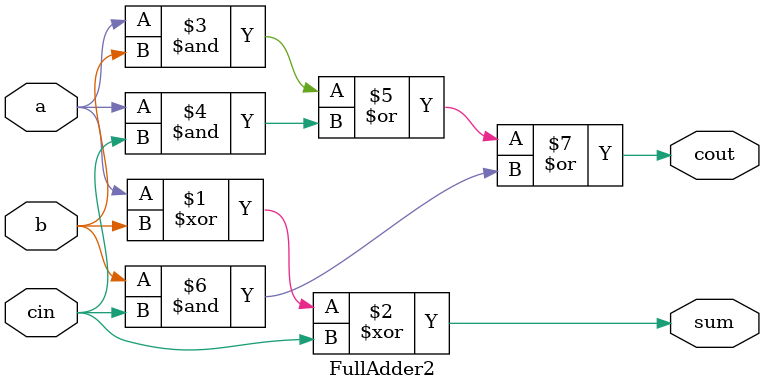
<source format=v>
module FullAdder2(a,b,cin,cout, sum);
input a,b,cin;
output sum, cout;

assign sum = a ^ b ^ cin;
assign cout = (a & b) | (a & cin) | (b & cin);

endmodule



</source>
